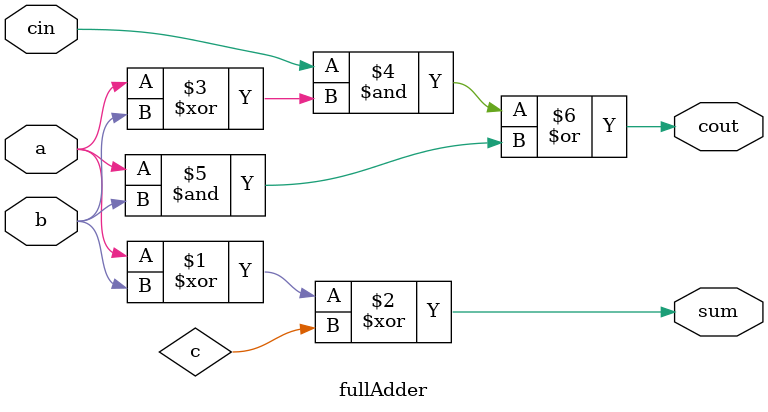
<source format=v>
module fullAdder (a,b,cin,sum,cout);
	//¶Ë¿ÚÉùÃ÷µÄ¿ªÊ¼
	input a,b,cin;
	output sum,cout;
	//¶Ë¿ÚÉùÃ÷µÄ½áÊø
	
	wire a,b,cin;
	wire sum,cout;
	
	assign sum=(a^b)^c;
	assign cout=cin&(a^b)|(a&b);
	
endmodule
</source>
